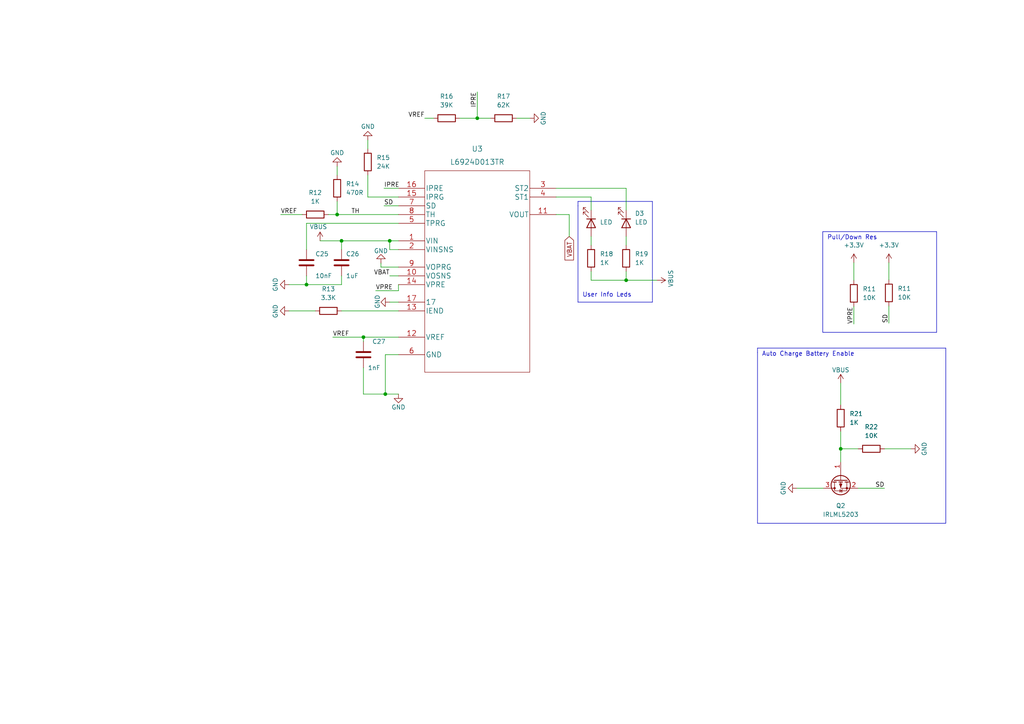
<source format=kicad_sch>
(kicad_sch (version 20231120) (generator "eeschema") (generator_version "8.0")
  (paper "A4")
  (lib_symbols
    (symbol "Device:C" (pin_numbers hide) (pin_names (offset 0.254))
      (property "Reference" "C" (at 0.635 2.54 0))
      (property "Value" "C" (at 0.635 -2.54 0))
      (symbol "C_0_1"
        (polyline (pts (xy -2.032 -0.762) (xy 2.032 -0.762)) (stroke (width 0.508)))
        (polyline (pts (xy -2.032 0.762) (xy 2.032 0.762)) (stroke (width 0.508)))
      )
      (symbol "C_1_1"
        (pin passive line (at 0 3.81 270) (length 2.794) (name "~") (number "1"))
        (pin passive line (at 0 -3.81 90) (length 2.794) (name "~") (number "2"))
      )
    )
    (symbol "Device:LED" (pin_numbers hide) (pin_names (offset 1.016) hide)
      (property "Reference" "D" (at 0 2.54 0))
      (property "Value" "LED" (at 0 -2.54 0))
      (symbol "LED_0_1"
        (polyline (pts (xy -1.27 -1.27) (xy -1.27 1.27)) (stroke (width 0.254)))
        (polyline (pts (xy -1.27 0) (xy 1.27 0)))
        (polyline (pts (xy 1.27 -1.27) (xy 1.27 1.27) (xy -1.27 0) (xy 1.27 -1.27)) (stroke (width 0.254)))
        (polyline (pts (xy -3.048 -0.762) (xy -4.572 -2.286) (xy -3.81 -2.286) (xy -4.572 -2.286) (xy -4.572 -1.524)))
        (polyline (pts (xy -1.778 -0.762) (xy -3.302 -2.286) (xy -2.54 -2.286) (xy -3.302 -2.286) (xy -3.302 -1.524)))
      )
      (symbol "LED_1_1"
        (pin passive line (at -3.81 0 0) (length 2.54) (name "K") (number "1"))
        (pin passive line (at 3.81 0 180) (length 2.54) (name "A") (number "2"))
      )
    )
    (symbol "Device:R" (pin_numbers hide) (pin_names (offset 0))
      (property "Reference" "R" (at 2.032 0 90))
      (property "Value" "R" (at 0 0 90))
      (symbol "R_0_1"
        (rectangle (start -1.016 -2.54) (end 1.016 2.54) (stroke (width 0.254)))
      )
      (symbol "R_1_1"
        (pin passive line (at 0 3.81 270) (length 1.27) (name "~") (number "1"))
        (pin passive line (at 0 -3.81 90) (length 1.27) (name "~") (number "2"))
      )
    )
    (symbol "L6924D013TR:L6924D013TR" (pin_names (offset 0.254))
      (property "Reference" "U" (at 22.86 10.16 0))
      (property "Value" "L6924D013TR" (at 22.86 7.62 0))
      (symbol "L6924D013TR_1_1"
        (polyline (pts (xy 7.62 -53.34) (xy 38.1 -53.34)) (stroke (width 0.127)))
        (polyline (pts (xy 7.62 5.08) (xy 7.62 -53.34)) (stroke (width 0.127)))
        (polyline (pts (xy 38.1 -53.34) (xy 38.1 5.08)) (stroke (width 0.127)))
        (polyline (pts (xy 38.1 5.08) (xy 7.62 5.08)) (stroke (width 0.127)))
        (pin input line (at 0 -15.24 0) (length 7.62) (name "VIN") (number "1"))
        (pin input line (at 0 -25.4 0) (length 7.62) (name "VOSNS") (number "10"))
        (pin output line (at 45.72 -7.62 180) (length 7.62) (name "VOUT") (number "11"))
        (pin output line (at 0 -43.18 0) (length 7.62) (name "VREF") (number "12"))
        (pin bidirectional line (at 0 -35.56 0) (length 7.62) (name "IEND") (number "13"))
        (pin input line (at 0 -27.94 0) (length 7.62) (name "VPRE") (number "14"))
        (pin input line (at 0 -2.54 0) (length 7.62) (name "IPRG") (number "15"))
        (pin input line (at 0 0 0) (length 7.62) (name "IPRE") (number "16"))
        (pin unspecified line (at 0 -33.02 0) (length 7.62) (name "17") (number "17"))
        (pin input line (at 0 -17.78 0) (length 7.62) (name "VINSNS") (number "2"))
        (pin output line (at 45.72 0 180) (length 7.62) (name "ST2") (number "3"))
        (pin output line (at 45.72 -2.54 180) (length 7.62) (name "ST1") (number "4"))
        (pin input line (at 0 -10.16 0) (length 7.62) (name "TPRG") (number "5"))
        (pin power_in line (at 0 -48.26 0) (length 7.62) (name "GND") (number "6"))
        (pin input line (at 0 -5.08 0) (length 7.62) (name "SD") (number "7"))
        (pin input line (at 0 -7.62 0) (length 7.62) (name "TH") (number "8"))
        (pin input line (at 0 -22.86 0) (length 7.62) (name "VOPRG") (number "9"))
      )
    )
    (symbol "Transistor_FET:IRLML5203" (pin_names hide)
      (property "Reference" "Q" (at 5.08 1.905 0))
      (property "Value" "IRLML5203" (at 5.08 0 0))
      (symbol "IRLML5203_0_1"
        (polyline (pts (xy 0.254 0) (xy -2.54 0)))
        (polyline (pts (xy 0.254 1.905) (xy 0.254 -1.905)) (stroke (width 0.254)))
        (polyline (pts (xy 0.762 -1.27) (xy 0.762 -2.286)) (stroke (width 0.254)))
        (polyline (pts (xy 0.762 0.508) (xy 0.762 -0.508)) (stroke (width 0.254)))
        (polyline (pts (xy 0.762 2.286) (xy 0.762 1.27)) (stroke (width 0.254)))
        (polyline (pts (xy 2.54 2.54) (xy 2.54 1.778)))
        (polyline (pts (xy 2.54 -2.54) (xy 2.54 0) (xy 0.762 0)))
        (polyline (pts (xy 0.762 1.778) (xy 3.302 1.778) (xy 3.302 -1.778) (xy 0.762 -1.778)))
        (polyline (pts (xy 2.286 0) (xy 1.27 0.381) (xy 1.27 -0.381) (xy 2.286 0)) (fill (type outline)))
        (polyline (pts (xy 2.794 -0.508) (xy 2.921 -0.381) (xy 3.683 -0.381) (xy 3.81 -0.254)))
        (polyline (pts (xy 3.302 -0.381) (xy 2.921 0.254) (xy 3.683 0.254) (xy 3.302 -0.381)))
        (circle (center 1.651 0) (radius 2.794) (stroke (width 0.254)))
        (circle (center 2.54 -1.778) (radius 0.254) (fill (type outline)))
        (circle (center 2.54 1.778) (radius 0.254) (fill (type outline)))
      )
      (symbol "IRLML5203_1_1"
        (pin input line (at -5.08 0 0) (length 2.54) (name "G") (number "1"))
        (pin passive line (at 2.54 -5.08 90) (length 2.54) (name "S") (number "2"))
        (pin passive line (at 2.54 5.08 270) (length 2.54) (name "D") (number "3"))
      )
    )
    (symbol "power:+3.3V" (power) (pin_names (offset 0))
      (property "Value" "+3.3V" (at 0 3.556 0))
      (symbol "+3.3V_0_1"
        (polyline (pts (xy -0.762 1.27) (xy 0 2.54)))
        (polyline (pts (xy 0 0) (xy 0 2.54)))
        (polyline (pts (xy 0 2.54) (xy 0.762 1.27)))
      )
      (symbol "+3.3V_1_1"
        (pin power_in line (at 0 0 90) (length 0) hide (name "+3.3V") (number "1"))
      )
    )
    (symbol "power:GND" (power) (pin_names (offset 0))
      (property "Value" "GND" (at 0 -3.81 0))
      (symbol "GND_0_1"
        (polyline (pts (xy 0 0) (xy 0 -1.27) (xy 1.27 -1.27) (xy 0 -2.54) (xy -1.27 -1.27) (xy 0 -1.27)))
      )
      (symbol "GND_1_1"
        (pin power_in line (at 0 0 270) (length 0) hide (name "GND") (number "1"))
      )
    )
    (symbol "power:VBUS" (power) (pin_names (offset 0))
      (property "Value" "VBUS" (at 0 3.81 0))
      (symbol "VBUS_0_1"
        (polyline (pts (xy -0.762 1.27) (xy 0 2.54)))
        (polyline (pts (xy 0 0) (xy 0 2.54)))
        (polyline (pts (xy 0 2.54) (xy 0.762 1.27)))
      )
      (symbol "VBUS_1_1"
        (pin power_in line (at 0 0 90) (length 0) hide (name "VBUS") (number "1"))
      )
    )
  )
  (junction (at 113.03 69.85))
  (junction (at 138.43 34.29))
  (junction (at 97.79 62.23))
  (junction (at 99.06 69.85))
  (junction (at 111.76 114.3))
  (junction (at 243.84 130.175))
  (junction (at 88.9 82.55))
  (junction (at 181.61 81.28))
  (junction (at 105.41 97.79))
  (wire (pts (xy 149.86 34.29) (xy 153.67 34.29)))
  (wire (pts (xy 115.57 57.15) (xy 106.68 57.15)))
  (wire (pts (xy 243.84 130.175) (xy 243.84 133.985)))
  (wire (pts (xy 83.82 90.17) (xy 91.44 90.17)))
  (wire (pts (xy 97.79 48.26) (xy 97.79 50.8)))
  (polyline (pts (xy 238.633 96.393) (xy 271.653 96.393)))
  (polyline (pts (xy 167.64 87.63) (xy 189.23 87.63)))
  (wire (pts (xy 111.379 59.69) (xy 115.57 59.69)))
  (wire (pts (xy 96.52 97.79) (xy 105.41 97.79)))
  (wire (pts (xy 106.68 57.15) (xy 106.68 50.8)))
  (wire (pts (xy 171.45 78.74) (xy 171.45 81.28)))
  (wire (pts (xy 111.76 114.3) (xy 115.57 114.3)))
  (wire (pts (xy 97.79 62.23) (xy 115.57 62.23)))
  (wire (pts (xy 231.14 141.605) (xy 238.76 141.605)))
  (wire (pts (xy 256.54 130.175) (xy 264.16 130.175)))
  (wire (pts (xy 161.29 57.15) (xy 171.45 57.15)))
  (wire (pts (xy 115.57 72.39) (xy 113.03 72.39)))
  (polyline (pts (xy 274.32 100.965) (xy 219.71 100.965)))
  (polyline (pts (xy 167.64 59.69) (xy 167.64 87.63)))
  (wire (pts (xy 111.76 102.87) (xy 111.76 114.3)))
  (wire (pts (xy 243.84 125.095) (xy 243.84 130.175)))
  (wire (pts (xy 138.43 26.67) (xy 138.43 34.29)))
  (wire (pts (xy 113.03 87.63) (xy 115.57 87.63)))
  (polyline (pts (xy 219.71 102.235) (xy 219.71 151.765)))
  (wire (pts (xy 181.61 68.58) (xy 181.61 71.12)))
  (wire (pts (xy 95.25 62.23) (xy 97.79 62.23)))
  (wire (pts (xy 113.03 69.85) (xy 115.57 69.85)))
  (wire (pts (xy 123.19 34.29) (xy 125.73 34.29)))
  (polyline (pts (xy 167.64 58.42) (xy 167.64 59.69)))
  (polyline (pts (xy 238.633 67.183) (xy 238.633 70.993)))
  (wire (pts (xy 257.81 88.773) (xy 257.81 93.726)))
  (wire (pts (xy 99.06 69.85) (xy 113.03 69.85)))
  (wire (pts (xy 171.45 68.58) (xy 171.45 71.12)))
  (wire (pts (xy 113.03 80.01) (xy 115.57 80.01)))
  (wire (pts (xy 88.9 80.01) (xy 88.9 82.55)))
  (polyline (pts (xy 271.653 96.393) (xy 271.653 67.183)))
  (wire (pts (xy 99.06 80.01) (xy 99.06 82.55)))
  (wire (pts (xy 248.92 141.605) (xy 256.54 141.605)))
  (wire (pts (xy 88.9 64.77) (xy 115.57 64.77)))
  (wire (pts (xy 111.379 54.61) (xy 115.57 54.61)))
  (wire (pts (xy 110.49 76.327) (xy 110.49 77.47)))
  (polyline (pts (xy 219.71 100.965) (xy 219.71 102.235)))
  (wire (pts (xy 88.9 82.55) (xy 99.06 82.55)))
  (polyline (pts (xy 274.32 151.765) (xy 274.32 100.965)))
  (wire (pts (xy 97.79 58.42) (xy 97.79 62.23)))
  (wire (pts (xy 105.41 106.68) (xy 105.41 114.3)))
  (polyline (pts (xy 271.653 67.183) (xy 238.633 67.183)))
  (wire (pts (xy 106.68 40.64) (xy 106.68 43.18)))
  (wire (pts (xy 115.57 82.55) (xy 115.57 84.328)))
  (wire (pts (xy 105.41 114.3) (xy 111.76 114.3)))
  (wire (pts (xy 161.29 54.61) (xy 181.61 54.61)))
  (wire (pts (xy 257.81 76.2) (xy 257.81 81.153)))
  (wire (pts (xy 133.35 34.29) (xy 138.43 34.29)))
  (wire (pts (xy 83.82 82.55) (xy 88.9 82.55)))
  (wire (pts (xy 243.84 111.125) (xy 243.84 117.475)))
  (wire (pts (xy 88.9 72.39) (xy 88.9 64.77)))
  (wire (pts (xy 181.61 54.61) (xy 181.61 60.96)))
  (wire (pts (xy 138.43 34.29) (xy 142.24 34.29)))
  (wire (pts (xy 181.61 81.28) (xy 190.5 81.28)))
  (wire (pts (xy 171.45 57.15) (xy 171.45 60.96)))
  (wire (pts (xy 113.03 69.85) (xy 113.03 72.39)))
  (wire (pts (xy 81.407 62.23) (xy 87.63 62.23)))
  (wire (pts (xy 108.966 84.328) (xy 115.57 84.328)))
  (wire (pts (xy 115.57 97.79) (xy 105.41 97.79)))
  (polyline (pts (xy 189.23 87.63) (xy 189.23 58.42)))
  (polyline (pts (xy 238.633 70.993) (xy 238.633 96.393)))
  (wire (pts (xy 99.06 72.39) (xy 99.06 69.85)))
  (polyline (pts (xy 189.23 58.42) (xy 167.64 58.42)))
  (wire (pts (xy 99.06 90.17) (xy 115.57 90.17)))
  (wire (pts (xy 181.61 81.28) (xy 181.61 78.74)))
  (wire (pts (xy 165.1 62.23) (xy 165.1 68.58)))
  (wire (pts (xy 110.49 77.47) (xy 115.57 77.47)))
  (wire (pts (xy 243.84 130.175) (xy 248.92 130.175)))
  (wire (pts (xy 247.65 76.2) (xy 247.65 81.28)))
  (wire (pts (xy 92.837 69.85) (xy 99.06 69.85)))
  (wire (pts (xy 115.57 102.87) (xy 111.76 102.87)))
  (wire (pts (xy 171.45 81.28) (xy 181.61 81.28)))
  (wire (pts (xy 105.41 97.79) (xy 105.41 99.06)))
  (polyline (pts (xy 219.71 151.765) (xy 274.32 151.765)))
  (wire (pts (xy 247.65 93.98) (xy 247.65 88.9)))
  (wire (pts (xy 161.29 62.23) (xy 165.1 62.23)))
  (text "User Info Leds" (at 168.91 86.36 0) (effects (font (size 1.27 1.27)) (justify left bottom)))
  (text "Pull/Down Res" (at 239.903 69.723 0) (effects (font (size 1.27 1.27)) (justify left bottom)))
  (text "Auto Charge Battery Enable" (at 220.98 103.505 0) (effects (font (size 1.27 1.27)) (justify left bottom)))
  (label "VBAT" (at 113.03 80.01 180))
  (label "VREF" (at 96.52 97.79 0))
  (label "VREF" (at 81.407 62.23 0))
  (label "IPRE" (at 111.379 54.61 0))
  (label "VPRE" (at 247.65 93.98 90))
  (label "IPRE" (at 138.43 26.67 270))
  (label "VREF" (at 123.19 34.29 180))
  (label "SD" (at 111.379 59.69 0))
  (label "SD" (at 256.54 141.605 180))
  (label "SD" (at 257.81 93.726 90))
  (label "TH" (at 101.854 62.23 0))
  (label "VPRE" (at 108.966 84.328 0))
  (global_label "VBAT" (shape input) (at 165.1 68.58 270) (property "Intersheetrefs" "${INTERSHEET_REFS}" (effects (hide yes))))
  (symbol (lib_id "power:GND") (at 115.57 114.3 0) (unit 1)
    (property "Reference" "#PWR036" (effects (hide yes)))
    (property "Value" "GND" (at 115.57 118.11 0))
    (instances (project "Sub1GhzDevKit-v2" (path "" (reference "#PWR036") (unit 1))) (project "MicroFlightController-v2" (path "" (reference "#PWR056") (unit 1))) (project "MiniDroneController" (path "" (reference "#PWR085") (unit 1))))
  )
  (symbol (lib_id "Device:R") (at 97.79 54.61 180) (unit 1)
    (property "Reference" "R14" (at 100.33 53.3399 0) (effects (justify right)))
    (property "Value" "470R" (at 100.33 55.8799 0) (effects (justify right)))
    (property "Footprint" "Resistor_SMD:R_0402_1005Metric" (effects (hide yes)))
    (instances (project "Sub1GhzDevKit-v2" (path "" (reference "R14") (unit 1))) (project "MicroFlightController-v2" (path "" (reference "R18") (unit 1))) (project "MiniDroneController" (path "" (reference "R37") (unit 1))))
  )
  (symbol (lib_id "Device:C") (at 105.41 102.87 0) (unit 1)
    (property "Reference" "C27" (at 107.95 99.06 0) (effects (justify left)))
    (property "Value" "1nF" (at 106.68 106.68 0) (effects (justify left)))
    (property "Footprint" "Capacitor_SMD:C_0402_1005Metric" (effects (hide yes)))
    (instances (project "Sub1GhzDevKit-v2" (path "" (reference "C27") (unit 1))) (project "MicroFlightController-v2" (path "" (reference "C29") (unit 1))) (project "MiniDroneController" (path "" (reference "C47") (unit 1))))
  )
  (symbol (lib_id "Device:LED") (at 171.45 64.77 270) (unit 1)
    (property "Reference" "D2" (effects (hide yes)))
    (property "Value" "LED" (at 173.99 64.4524 90) (effects (justify left)))
    (property "Footprint" "LED_SMD:LED_0603_1608Metric" (effects (hide yes)))
    (instances (project "Sub1GhzDevKit-v2" (path "" (reference "D2") (unit 1))) (project "MicroFlightController-v2" (path "" (reference "D3") (unit 1))) (project "MiniDroneController" (path "" (reference "D11") (unit 1))))
  )
  (symbol (lib_id "power:VBUS") (at 92.837 69.85 0) (unit 1)
    (property "Reference" "#PWR031" (effects (hide yes)))
    (property "Value" "VBUS" (at 89.789 65.786 0) (effects (justify left)))
    (instances (project "Sub1GhzDevKit-v2" (path "" (reference "#PWR031") (unit 1))) (project "MicroFlightController-v2" (path "" (reference "#PWR051") (unit 1))) (project "MiniDroneController" (path "" (reference "#PWR080") (unit 1))))
  )
  (symbol (lib_id "Device:LED") (at 181.61 64.77 270) (unit 1)
    (property "Reference" "D3" (at 184.15 61.9124 90) (effects (justify left)))
    (property "Value" "LED" (at 184.15 64.4524 90) (effects (justify left)))
    (property "Footprint" "LED_SMD:LED_0603_1608Metric" (effects (hide yes)))
    (instances (project "Sub1GhzDevKit-v2" (path "" (reference "D3") (unit 1))) (project "MicroFlightController-v2" (path "" (reference "D4") (unit 1))) (project "MiniDroneController" (path "" (reference "D12") (unit 1))))
  )
  (symbol (lib_id "power:GND") (at 113.03 87.63 270) (unit 1)
    (property "Reference" "#PWR035" (effects (hide yes)))
    (property "Value" "GND" (at 109.474 89.535 0) (effects (justify right)))
    (instances (project "Sub1GhzDevKit-v2" (path "" (reference "#PWR035") (unit 1))) (project "MicroFlightController-v2" (path "" (reference "#PWR055") (unit 1))) (project "MiniDroneController" (path "" (reference "#PWR084") (unit 1))))
  )
  (symbol (lib_id "L6924D013TR:L6924D013TR") (at 115.57 54.61 0) (unit 1)
    (property "Reference" "U3" (at 138.43 43.18 0) (effects (font (size 1.524 1.524))))
    (property "Value" "L6924D013TR" (at 138.43 46.99 0) (effects (font (size 1.524 1.524))))
    (property "Footprint" "Footprints:L6924D013TR" (effects (hide yes)))
    (property "Datasheet" "https://cdn.ozdisan.com/ETicaret_Dosya/496645_5780569.PDF" (effects (hide yes)))
    (instances (project "Sub1GhzDevKit-v2" (path "" (reference "U3") (unit 1))) (project "MicroFlightController-v2" (path "" (reference "U7") (unit 1))) (project "MiniDroneController" (path "" (reference "U9") (unit 1))))
  )
  (symbol (lib_id "Device:R") (at 95.25 90.17 270) (unit 1)
    (property "Reference" "R13" (at 95.25 83.82 90))
    (property "Value" "3.3K" (at 95.25 86.36 90))
    (property "Footprint" "Resistor_SMD:R_0402_1005Metric" (effects (hide yes)))
    (instances (project "Sub1GhzDevKit-v2" (path "" (reference "R13") (unit 1))) (project "MicroFlightController-v2" (path "" (reference "R17") (unit 1))) (project "MiniDroneController" (path "" (reference "R36") (unit 1))))
  )
  (symbol (lib_id "Device:R") (at 247.65 85.09 0) (unit 1)
    (property "Reference" "R11" (at 250.19 83.8199 0) (effects (justify left)))
    (property "Value" "10K" (at 250.19 86.3599 0) (effects (justify left)))
    (property "Footprint" "Resistor_SMD:R_0402_1005Metric" (effects (hide yes)))
    (instances (project "Sub1GhzDevKit-v2" (path "" (reference "R11") (unit 1))) (project "MicroFlightController-v2" (path "" (reference "R25") (unit 1))) (project "MiniDroneController" (path "" (reference "R34") (unit 1))))
  )
  (symbol (lib_id "Device:R") (at 91.44 62.23 270) (unit 1)
    (property "Reference" "R12" (at 91.44 55.88 90))
    (property "Value" "1K" (at 91.44 58.42 90))
    (property "Footprint" "Resistor_SMD:R_0402_1005Metric" (effects (hide yes)))
    (instances (project "Sub1GhzDevKit-v2" (path "" (reference "R12") (unit 1))) (project "MicroFlightController-v2" (path "" (reference "R16") (unit 1))) (project "MiniDroneController" (path "" (reference "R35") (unit 1))))
  )
  (symbol (lib_id "power:GND") (at 231.14 141.605 270) (unit 1)
    (property "Reference" "#PWR041" (effects (hide yes)))
    (property "Value" "GND" (at 227.203 143.637 0) (effects (justify right)))
    (instances (project "Sub1GhzDevKit-v2" (path "" (reference "#PWR041") (unit 1))) (project "MicroFlightController-v2" (path "" (reference "#PWR059") (unit 1))) (project "MiniDroneController" (path "" (reference "#PWR088") (unit 1))))
  )
  (symbol (lib_id "Device:C") (at 99.06 76.2 0) (unit 1)
    (property "Reference" "C26" (at 100.33 73.66 0) (effects (justify left)))
    (property "Value" "1uF" (at 100.33 80.01 0) (effects (justify left)))
    (property "Footprint" "Capacitor_SMD:C_0402_1005Metric" (effects (hide yes)))
    (instances (project "Sub1GhzDevKit-v2" (path "" (reference "C26") (unit 1))) (project "MicroFlightController-v2" (path "" (reference "C28") (unit 1))) (project "MiniDroneController" (path "" (reference "C46") (unit 1))))
  )
  (symbol (lib_id "Device:R") (at 257.81 84.963 0) (unit 1)
    (property "Reference" "R11" (at 260.35 83.6929 0) (effects (justify left)))
    (property "Value" "10K" (at 260.35 86.2329 0) (effects (justify left)))
    (property "Footprint" "Resistor_SMD:R_0402_1005Metric" (effects (hide yes)))
    (instances (project "Sub1GhzDevKit-v2" (path "" (reference "R11") (unit 1))) (project "MicroFlightController-v2" (path "" (reference "R27") (unit 1))) (project "MiniDroneController" (path "" (reference "R34") (unit 1))))
  )
  (symbol (lib_id "Device:R") (at 106.68 46.99 180) (unit 1)
    (property "Reference" "R15" (at 109.22 45.7199 0) (effects (justify right)))
    (property "Value" "24K" (at 109.22 48.2599 0) (effects (justify right)))
    (property "Footprint" "Resistor_SMD:R_0402_1005Metric" (effects (hide yes)))
    (instances (project "Sub1GhzDevKit-v2" (path "" (reference "R15") (unit 1))) (project "MicroFlightController-v2" (path "" (reference "R19") (unit 1))) (project "MiniDroneController" (path "" (reference "R38") (unit 1))))
  )
  (symbol (lib_id "Device:R") (at 146.05 34.29 90) (unit 1)
    (property "Reference" "R17" (at 146.05 27.94 90))
    (property "Value" "62K" (at 146.05 30.48 90))
    (property "Footprint" "Resistor_SMD:R_0402_1005Metric" (effects (hide yes)))
    (instances (project "Sub1GhzDevKit-v2" (path "" (reference "R17") (unit 1))) (project "MicroFlightController-v2" (path "" (reference "R21") (unit 1))) (project "MiniDroneController" (path "" (reference "R40") (unit 1))))
  )
  (symbol (lib_id "power:GND") (at 83.82 90.17 270) (unit 1)
    (property "Reference" "#PWR029" (effects (hide yes)))
    (property "Value" "GND" (at 79.883 92.329 0) (effects (justify right)))
    (instances (project "Sub1GhzDevKit-v2" (path "" (reference "#PWR029") (unit 1))) (project "MicroFlightController-v2" (path "" (reference "#PWR050") (unit 1))) (project "MiniDroneController" (path "" (reference "#PWR079") (unit 1))))
  )
  (symbol (lib_id "power:VBUS") (at 190.5 81.28 270) (unit 1)
    (property "Reference" "#PWR040" (effects (hide yes)))
    (property "Value" "VBUS" (at 194.564 78.232 0) (effects (justify left)))
    (instances (project "Sub1GhzDevKit-v2" (path "" (reference "#PWR040") (unit 1))) (project "MicroFlightController-v2" (path "" (reference "#PWR058") (unit 1))) (project "MiniDroneController" (path "" (reference "#PWR087") (unit 1))))
  )
  (symbol (lib_id "Device:R") (at 129.54 34.29 90) (unit 1)
    (property "Reference" "R16" (at 129.54 27.94 90))
    (property "Value" "39K" (at 129.54 30.48 90))
    (property "Footprint" "Resistor_SMD:R_0402_1005Metric" (effects (hide yes)))
    (instances (project "Sub1GhzDevKit-v2" (path "" (reference "R16") (unit 1))) (project "MicroFlightController-v2" (path "" (reference "R20") (unit 1))) (project "MiniDroneController" (path "" (reference "R39") (unit 1))))
  )
  (symbol (lib_id "Transistor_FET:IRLML5203") (at 243.84 139.065 90) (mirror x) (unit 1)
    (property "Reference" "Q2" (at 243.84 146.685 90))
    (property "Value" "IRLML5203" (at 243.84 149.225 90))
    (property "Footprint" "Package_TO_SOT_SMD:SOT-23" (effects (hide yes)))
    (property "Datasheet" "https://www.infineon.com/dgdl/irlml5203pbf.pdf?fileId=5546d462533600a40153566868da261d" (effects (hide yes)))
    (instances (project "Sub1GhzDevKit-v2" (path "" (reference "Q2") (unit 1))) (project "MicroFlightController-v2" (path "" (reference "Q2") (unit 1))) (project "MiniDroneController" (path "" (reference "Q7") (unit 1))))
  )
  (symbol (lib_id "power:+3.3V") (at 247.65 76.2 0) (unit 1)
    (property "Reference" "#PWR061" (effects (hide yes)))
    (property "Value" "+3.3V" (at 247.65 71.12 0))
  )
  (symbol (lib_id "Device:R") (at 252.73 130.175 270) (unit 1)
    (property "Reference" "R22" (at 252.73 123.825 90))
    (property "Value" "10K" (at 252.73 126.365 90))
    (property "Footprint" "Resistor_SMD:R_0402_1005Metric" (effects (hide yes)))
    (instances (project "Sub1GhzDevKit-v2" (path "" (reference "R22") (unit 1))) (project "MicroFlightController-v2" (path "" (reference "R26") (unit 1))) (project "MiniDroneController" (path "" (reference "R44") (unit 1))))
  )
  (symbol (lib_id "power:GND") (at 110.49 76.327 180) (unit 1)
    (property "Reference" "#PWR034" (effects (hide yes)))
    (property "Value" "GND" (at 110.49 72.771 0))
    (instances (project "Sub1GhzDevKit-v2" (path "" (reference "#PWR034") (unit 1))) (project "MicroFlightController-v2" (path "" (reference "#PWR054") (unit 1))) (project "MiniDroneController" (path "" (reference "#PWR083") (unit 1))))
  )
  (symbol (lib_id "power:VBUS") (at 243.84 111.125 0) (unit 1)
    (property "Reference" "#PWR044" (effects (hide yes)))
    (property "Value" "VBUS" (at 243.84 107.315 0))
    (instances (project "Sub1GhzDevKit-v2" (path "" (reference "#PWR044") (unit 1))) (project "MicroFlightController-v2" (path "" (reference "#PWR060") (unit 1))) (project "MiniDroneController" (path "" (reference "#PWR089") (unit 1))))
  )
  (symbol (lib_id "Device:C") (at 88.9 76.2 0) (unit 1)
    (property "Reference" "C25" (at 91.44 73.66 0) (effects (justify left)))
    (property "Value" "10nF" (at 91.44 80.01 0) (effects (justify left)))
    (property "Footprint" "Capacitor_SMD:C_0402_1005Metric" (effects (hide yes)))
    (instances (project "Sub1GhzDevKit-v2" (path "" (reference "C25") (unit 1))) (project "MicroFlightController-v2" (path "" (reference "C27") (unit 1))) (project "MiniDroneController" (path "" (reference "C45") (unit 1))))
  )
  (symbol (lib_id "Device:R") (at 171.45 74.93 0) (unit 1)
    (property "Reference" "R18" (at 173.99 73.6599 0) (effects (justify left)))
    (property "Value" "1K" (at 173.99 76.1999 0) (effects (justify left)))
    (property "Footprint" "Resistor_SMD:R_0402_1005Metric" (effects (hide yes)))
    (instances (project "Sub1GhzDevKit-v2" (path "" (reference "R18") (unit 1))) (project "MicroFlightController-v2" (path "" (reference "R22") (unit 1))) (project "MiniDroneController" (path "" (reference "R41") (unit 1))))
  )
  (symbol (lib_id "power:GND") (at 97.79 48.26 180) (unit 1)
    (property "Reference" "#PWR032" (effects (hide yes)))
    (property "Value" "GND" (at 95.758 44.323 0) (effects (justify right)))
    (instances (project "Sub1GhzDevKit-v2" (path "" (reference "#PWR032") (unit 1))) (project "MicroFlightController-v2" (path "" (reference "#PWR052") (unit 1))) (project "MiniDroneController" (path "" (reference "#PWR081") (unit 1))))
  )
  (symbol (lib_id "power:GND") (at 83.82 82.55 270) (unit 1)
    (property "Reference" "#PWR028" (effects (hide yes)))
    (property "Value" "GND" (at 79.883 84.582 0) (effects (justify right)))
    (instances (project "Sub1GhzDevKit-v2" (path "" (reference "#PWR028") (unit 1))) (project "MicroFlightController-v2" (path "" (reference "#PWR049") (unit 1))) (project "MiniDroneController" (path "" (reference "#PWR078") (unit 1))))
  )
  (symbol (lib_id "power:GND") (at 153.67 34.29 90) (unit 1)
    (property "Reference" "#PWR039" (effects (hide yes)))
    (property "Value" "GND" (at 157.607 32.258 0) (effects (justify right)))
    (instances (project "Sub1GhzDevKit-v2" (path "" (reference "#PWR039") (unit 1))) (project "MicroFlightController-v2" (path "" (reference "#PWR057") (unit 1))) (project "MiniDroneController" (path "" (reference "#PWR086") (unit 1))))
  )
  (symbol (lib_id "power:+3.3V") (at 257.81 76.2 0) (unit 1)
    (property "Reference" "#PWR062" (effects (hide yes)))
    (property "Value" "+3.3V" (at 257.81 71.12 0))
  )
  (symbol (lib_id "Device:R") (at 243.84 121.285 180) (unit 1)
    (property "Reference" "R21" (at 246.38 120.0149 0) (effects (justify right)))
    (property "Value" "1K" (at 246.38 122.5549 0) (effects (justify right)))
    (property "Footprint" "Resistor_SMD:R_0402_1005Metric" (effects (hide yes)))
    (instances (project "Sub1GhzDevKit-v2" (path "" (reference "R21") (unit 1))) (project "MicroFlightController-v2" (path "" (reference "R24") (unit 1))) (project "MiniDroneController" (path "" (reference "R43") (unit 1))))
  )
  (symbol (lib_id "Device:R") (at 181.61 74.93 0) (unit 1)
    (property "Reference" "R19" (at 184.15 73.6599 0) (effects (justify left)))
    (property "Value" "1K" (at 184.15 76.1999 0) (effects (justify left)))
    (property "Footprint" "Resistor_SMD:R_0402_1005Metric" (effects (hide yes)))
    (instances (project "Sub1GhzDevKit-v2" (path "" (reference "R19") (unit 1))) (project "MicroFlightController-v2" (path "" (reference "R23") (unit 1))) (project "MiniDroneController" (path "" (reference "R42") (unit 1))))
  )
  (symbol (lib_id "power:GND") (at 264.16 130.175 90) (unit 1)
    (property "Reference" "#PWR045" (effects (hide yes)))
    (property "Value" "GND" (at 268.097 128.143 0) (effects (justify right)))
    (instances (project "Sub1GhzDevKit-v2" (path "" (reference "#PWR045") (unit 1))) (project "MicroFlightController-v2" (path "" (reference "#PWR063") (unit 1))) (project "MiniDroneController" (path "" (reference "#PWR090") (unit 1))))
  )
  (symbol (lib_id "power:GND") (at 106.68 40.64 180) (unit 1)
    (property "Reference" "#PWR033" (effects (hide yes)))
    (property "Value" "GND" (at 104.648 36.703 0) (effects (justify right)))
    (instances (project "Sub1GhzDevKit-v2" (path "" (reference "#PWR033") (unit 1))) (project "MicroFlightController-v2" (path "" (reference "#PWR053") (unit 1))) (project "MiniDroneController" (path "" (reference "#PWR082") (unit 1))))
  )
)
</source>
